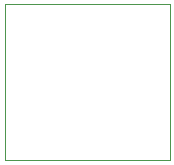
<source format=gbr>
G04 #@! TF.FileFunction,Profile,NP*
%FSLAX46Y46*%
G04 Gerber Fmt 4.6, Leading zero omitted, Abs format (unit mm)*
G04 Created by KiCad (PCBNEW 0.201506122246+5743~23~ubuntu14.10.1-product) date Sat 13 Jun 2015 04:11:00 PM EDT*
%MOMM*%
G01*
G04 APERTURE LIST*
%ADD10C,0.100000*%
G04 APERTURE END LIST*
D10*
X143764000Y-99822000D02*
X143764000Y-99885500D01*
X129857500Y-99822000D02*
X143764000Y-99822000D01*
X129794000Y-113030000D02*
X129794000Y-99822000D01*
X143764000Y-113030000D02*
X129794000Y-113030000D01*
X143764000Y-99885500D02*
X143764000Y-113030000D01*
M02*

</source>
